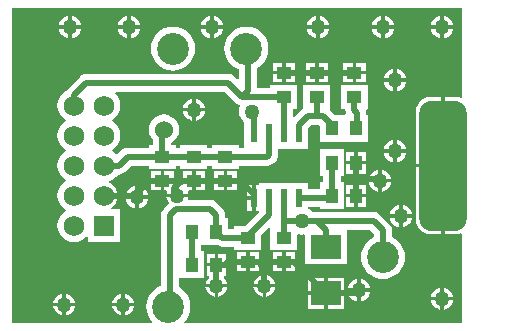
<source format=gtl>
G04 Layer_Physical_Order=1*
G04 Layer_Color=255*
%FSLAX25Y25*%
%MOIN*%
G70*
G01*
G75*
%ADD10R,0.05000X0.04000*%
%ADD11R,0.09843X0.07874*%
%ADD12R,0.04000X0.05000*%
%ADD13R,0.02362X0.06102*%
%ADD14C,0.02000*%
%ADD15C,0.10630*%
G04:AMPARAMS|DCode=16|XSize=433.07mil|YSize=157.48mil|CornerRadius=39.37mil|HoleSize=0mil|Usage=FLASHONLY|Rotation=90.000|XOffset=0mil|YOffset=0mil|HoleType=Round|Shape=RoundedRectangle|*
%AMROUNDEDRECTD16*
21,1,0.43307,0.07874,0,0,90.0*
21,1,0.35433,0.15748,0,0,90.0*
1,1,0.07874,0.03937,0.17717*
1,1,0.07874,0.03937,-0.17717*
1,1,0.07874,-0.03937,-0.17717*
1,1,0.07874,-0.03937,0.17717*
%
%ADD16ROUNDEDRECTD16*%
%ADD17C,0.06000*%
%ADD18R,0.06890X0.06890*%
%ADD19C,0.06890*%
%ADD20C,0.05000*%
G36*
X272500Y212665D02*
X272084Y212387D01*
X271278Y212721D01*
X269937Y212898D01*
X266600D01*
Y190000D01*
Y167102D01*
X269937D01*
X271278Y167279D01*
X272084Y167613D01*
X272500Y167335D01*
Y137500D01*
X180096D01*
X179859Y138000D01*
X180612Y138916D01*
X181291Y140187D01*
X181709Y141566D01*
X181850Y143000D01*
X181709Y144434D01*
X181291Y145813D01*
X180612Y147084D01*
X179698Y148197D01*
X178584Y149112D01*
X178026Y149410D01*
Y152437D01*
X178500Y152500D01*
Y152500D01*
X186500D01*
Y161500D01*
X185526D01*
Y163500D01*
X190830D01*
X190987Y163380D01*
X191717Y163077D01*
X192500Y162974D01*
X192500Y162974D01*
X196500D01*
Y162000D01*
X205500D01*
Y166721D01*
X208038Y169259D01*
X208500Y169068D01*
Y162000D01*
X217500D01*
Y166770D01*
X218000Y167093D01*
X219000Y166961D01*
X219703Y167054D01*
X220079Y166724D01*
Y157092D01*
X233921D01*
Y168474D01*
X241747D01*
X242974Y167247D01*
Y166177D01*
X241916Y165612D01*
X240803Y164698D01*
X239888Y163584D01*
X239209Y162313D01*
X238791Y160934D01*
X238650Y159500D01*
X238791Y158066D01*
X239209Y156687D01*
X239888Y155416D01*
X240803Y154303D01*
X241916Y153388D01*
X243187Y152709D01*
X244566Y152291D01*
X246000Y152150D01*
X247434Y152291D01*
X248813Y152709D01*
X250084Y153388D01*
X251198Y154303D01*
X252112Y155416D01*
X252791Y156687D01*
X253209Y158066D01*
X253350Y159500D01*
X253209Y160934D01*
X252791Y162313D01*
X252112Y163584D01*
X251198Y164698D01*
X250084Y165612D01*
X249026Y166177D01*
Y168500D01*
X248923Y169283D01*
X248621Y170013D01*
X248140Y170640D01*
X245140Y173640D01*
X244513Y174120D01*
X243783Y174423D01*
X243000Y174526D01*
X222350D01*
X222209Y174709D01*
X221269Y175431D01*
X221181Y175467D01*
Y176246D01*
X225000D01*
Y175500D01*
X233000D01*
Y184500D01*
X232026D01*
Y186500D01*
X233000D01*
Y195500D01*
X225000D01*
Y186500D01*
X225974D01*
Y184500D01*
X225000D01*
Y182298D01*
X221181D01*
Y184323D01*
X204819D01*
Y183523D01*
X203600D01*
Y179272D01*
Y175021D01*
X204631D01*
X204741Y174521D01*
X200221Y170000D01*
X196500D01*
Y169026D01*
X194500D01*
Y172500D01*
X193526D01*
Y173500D01*
X193526Y173500D01*
X193423Y174283D01*
X193121Y175013D01*
X192640Y175640D01*
X190640Y177640D01*
X190013Y178121D01*
X189283Y178423D01*
X188500Y178526D01*
X181344D01*
X181067Y178942D01*
X181105Y179034D01*
X181153Y179400D01*
X173847D01*
X173895Y179034D01*
X174268Y178134D01*
X174740Y177519D01*
X172860Y175640D01*
X172380Y175013D01*
X172077Y174283D01*
X171974Y173500D01*
Y149878D01*
X171687Y149791D01*
X170416Y149112D01*
X169302Y148197D01*
X168388Y147084D01*
X167709Y145813D01*
X167291Y144434D01*
X167150Y143000D01*
X167291Y141566D01*
X167709Y140187D01*
X168388Y138916D01*
X169141Y138000D01*
X168904Y137500D01*
X122500D01*
Y242500D01*
X272500D01*
Y212665D01*
D02*
G37*
%LPC*%
G36*
X266348Y239873D02*
Y236821D01*
X269401D01*
X269353Y237186D01*
X268980Y238086D01*
X268387Y238859D01*
X267614Y239452D01*
X266714Y239825D01*
X266348Y239873D01*
D02*
G37*
G36*
X265148D02*
X264782Y239825D01*
X263882Y239452D01*
X263109Y238859D01*
X262516Y238086D01*
X262143Y237186D01*
X262095Y236821D01*
X265148D01*
Y239873D01*
D02*
G37*
G36*
X246663D02*
Y236821D01*
X249716D01*
X249668Y237186D01*
X249295Y238086D01*
X248702Y238859D01*
X247929Y239452D01*
X247029Y239825D01*
X246663Y239873D01*
D02*
G37*
G36*
X245463D02*
X245097Y239825D01*
X244197Y239452D01*
X243424Y238859D01*
X242831Y238086D01*
X242458Y237186D01*
X242410Y236821D01*
X245463D01*
Y239873D01*
D02*
G37*
G36*
X225009D02*
Y236821D01*
X228062D01*
X228014Y237186D01*
X227641Y238086D01*
X227048Y238859D01*
X226275Y239452D01*
X225375Y239825D01*
X225009Y239873D01*
D02*
G37*
G36*
X223810D02*
X223444Y239825D01*
X222544Y239452D01*
X221771Y238859D01*
X221178Y238086D01*
X220805Y237186D01*
X220757Y236821D01*
X223810D01*
Y239873D01*
D02*
G37*
G36*
X189576D02*
Y236821D01*
X192629D01*
X192581Y237186D01*
X192208Y238086D01*
X191615Y238859D01*
X190842Y239452D01*
X189942Y239825D01*
X189576Y239873D01*
D02*
G37*
G36*
X188376D02*
X188011Y239825D01*
X187110Y239452D01*
X186337Y238859D01*
X185744Y238086D01*
X185372Y237186D01*
X185323Y236821D01*
X188376D01*
Y239873D01*
D02*
G37*
G36*
X162017D02*
Y236821D01*
X165070D01*
X165022Y237186D01*
X164649Y238086D01*
X164056Y238859D01*
X163283Y239452D01*
X162383Y239825D01*
X162017Y239873D01*
D02*
G37*
G36*
X160817D02*
X160451Y239825D01*
X159551Y239452D01*
X158778Y238859D01*
X158185Y238086D01*
X157813Y237186D01*
X157764Y236821D01*
X160817D01*
Y239873D01*
D02*
G37*
G36*
X142332D02*
Y236821D01*
X145385D01*
X145337Y237186D01*
X144964Y238086D01*
X144371Y238859D01*
X143598Y239452D01*
X142698Y239825D01*
X142332Y239873D01*
D02*
G37*
G36*
X141132D02*
X140766Y239825D01*
X139866Y239452D01*
X139093Y238859D01*
X138500Y238086D01*
X138128Y237186D01*
X138079Y236821D01*
X141132D01*
Y239873D01*
D02*
G37*
G36*
X269401Y235620D02*
X266348D01*
Y232568D01*
X266714Y232616D01*
X267614Y232989D01*
X268387Y233582D01*
X268980Y234354D01*
X269353Y235255D01*
X269401Y235620D01*
D02*
G37*
G36*
X265148D02*
X262095D01*
X262143Y235255D01*
X262516Y234354D01*
X263109Y233582D01*
X263882Y232989D01*
X264782Y232616D01*
X265148Y232568D01*
Y235620D01*
D02*
G37*
G36*
X249716D02*
X246663D01*
Y232568D01*
X247029Y232616D01*
X247929Y232989D01*
X248702Y233582D01*
X249295Y234354D01*
X249668Y235255D01*
X249716Y235620D01*
D02*
G37*
G36*
X245463D02*
X242410D01*
X242458Y235255D01*
X242831Y234354D01*
X243424Y233582D01*
X244197Y232989D01*
X245097Y232616D01*
X245463Y232568D01*
Y235620D01*
D02*
G37*
G36*
X228062D02*
X225009D01*
Y232568D01*
X225375Y232616D01*
X226275Y232989D01*
X227048Y233582D01*
X227641Y234354D01*
X228014Y235255D01*
X228062Y235620D01*
D02*
G37*
G36*
X223810D02*
X220757D01*
X220805Y235255D01*
X221178Y234354D01*
X221771Y233582D01*
X222544Y232989D01*
X223444Y232616D01*
X223810Y232568D01*
Y235620D01*
D02*
G37*
G36*
X192629D02*
X189576D01*
Y232568D01*
X189942Y232616D01*
X190842Y232989D01*
X191615Y233582D01*
X192208Y234354D01*
X192581Y235255D01*
X192629Y235620D01*
D02*
G37*
G36*
X188376D02*
X185323D01*
X185372Y235255D01*
X185744Y234354D01*
X186337Y233582D01*
X187110Y232989D01*
X188011Y232616D01*
X188376Y232568D01*
Y235620D01*
D02*
G37*
G36*
X165070D02*
X162017D01*
Y232568D01*
X162383Y232616D01*
X163283Y232989D01*
X164056Y233582D01*
X164649Y234354D01*
X165022Y235255D01*
X165070Y235620D01*
D02*
G37*
G36*
X160817D02*
X157764D01*
X157813Y235255D01*
X158185Y234354D01*
X158778Y233582D01*
X159551Y232989D01*
X160451Y232616D01*
X160817Y232568D01*
Y235620D01*
D02*
G37*
G36*
X145385D02*
X142332D01*
Y232568D01*
X142698Y232616D01*
X143598Y232989D01*
X144371Y233582D01*
X144964Y234354D01*
X145337Y235255D01*
X145385Y235620D01*
D02*
G37*
G36*
X141132D02*
X138079D01*
X138128Y235255D01*
X138500Y234354D01*
X139093Y233582D01*
X139866Y232989D01*
X140766Y232616D01*
X141132Y232568D01*
Y235620D01*
D02*
G37*
G36*
X176000Y236350D02*
X174566Y236209D01*
X173187Y235791D01*
X171916Y235112D01*
X170802Y234197D01*
X169888Y233084D01*
X169209Y231813D01*
X168791Y230434D01*
X168650Y229000D01*
X168791Y227566D01*
X169209Y226187D01*
X169888Y224916D01*
X170802Y223802D01*
X171916Y222888D01*
X173187Y222209D01*
X174566Y221791D01*
X176000Y221650D01*
X177434Y221791D01*
X178813Y222209D01*
X180084Y222888D01*
X181198Y223802D01*
X182112Y224916D01*
X182791Y226187D01*
X183209Y227566D01*
X183350Y229000D01*
X183209Y230434D01*
X182791Y231813D01*
X182112Y233084D01*
X181198Y234197D01*
X180084Y235112D01*
X178813Y235791D01*
X177434Y236209D01*
X176000Y236350D01*
D02*
G37*
G36*
X240200Y224200D02*
X237100D01*
Y221600D01*
X240200D01*
Y224200D01*
D02*
G37*
G36*
X227700D02*
X224600D01*
Y221600D01*
X227700D01*
Y224200D01*
D02*
G37*
G36*
X216700D02*
X213600D01*
Y221600D01*
X216700D01*
Y224200D01*
D02*
G37*
G36*
X235900D02*
X232800D01*
Y221600D01*
X235900D01*
Y224200D01*
D02*
G37*
G36*
X223400D02*
X220300D01*
Y221600D01*
X223400D01*
Y224200D01*
D02*
G37*
G36*
X212400D02*
X209300D01*
Y221600D01*
X212400D01*
Y224200D01*
D02*
G37*
G36*
X250600Y222157D02*
Y219104D01*
X253653D01*
X253605Y219470D01*
X253232Y220370D01*
X252639Y221143D01*
X251866Y221736D01*
X250966Y222109D01*
X250600Y222157D01*
D02*
G37*
G36*
X249400D02*
X249034Y222109D01*
X248134Y221736D01*
X247361Y221143D01*
X246768Y220370D01*
X246395Y219470D01*
X246347Y219104D01*
X249400D01*
Y222157D01*
D02*
G37*
G36*
X200500Y236350D02*
X199066Y236209D01*
X197687Y235791D01*
X196416Y235112D01*
X195302Y234197D01*
X194388Y233084D01*
X193709Y231813D01*
X193291Y230434D01*
X193150Y229000D01*
X193291Y227566D01*
X193709Y226187D01*
X194388Y224916D01*
X195302Y223802D01*
X196416Y222888D01*
X197687Y222209D01*
X197974Y222122D01*
Y218958D01*
X197512Y218767D01*
X196640Y219640D01*
X196013Y220121D01*
X195283Y220423D01*
X194500Y220526D01*
X147000D01*
X146217Y220423D01*
X145487Y220121D01*
X144860Y219640D01*
X144860Y219640D01*
X140860Y215640D01*
X140380Y215013D01*
X140277Y214766D01*
X140254Y214756D01*
X139117Y213883D01*
X138244Y212746D01*
X137695Y211421D01*
X137508Y210000D01*
X137695Y208579D01*
X138244Y207254D01*
X139117Y206117D01*
X140209Y205279D01*
X140241Y205000D01*
X140209Y204721D01*
X139117Y203883D01*
X138244Y202746D01*
X137695Y201421D01*
X137508Y200000D01*
X137695Y198579D01*
X138244Y197254D01*
X139117Y196117D01*
X140209Y195279D01*
X140241Y195000D01*
X140209Y194721D01*
X139117Y193883D01*
X138244Y192746D01*
X137695Y191421D01*
X137508Y190000D01*
X137695Y188579D01*
X138244Y187254D01*
X139117Y186117D01*
X140209Y185279D01*
X140241Y185000D01*
X140209Y184721D01*
X139117Y183883D01*
X138244Y182746D01*
X137695Y181421D01*
X137508Y180000D01*
X137695Y178579D01*
X138244Y177254D01*
X139117Y176117D01*
X140209Y175279D01*
X140241Y175000D01*
X140209Y174721D01*
X139117Y173883D01*
X138244Y172746D01*
X137695Y171421D01*
X137508Y170000D01*
X137695Y168579D01*
X138244Y167254D01*
X139117Y166117D01*
X140254Y165244D01*
X141579Y164695D01*
X143000Y164508D01*
X144421Y164695D01*
X145746Y165244D01*
X146883Y166117D01*
X147082Y166375D01*
X147555Y166214D01*
Y164555D01*
X158445D01*
Y175445D01*
X155447D01*
X155342Y175943D01*
X156313Y176687D01*
X157057Y177657D01*
X157525Y178787D01*
X157606Y179400D01*
X153000D01*
Y180600D01*
X157606D01*
X157525Y181213D01*
X157057Y182343D01*
X156313Y183313D01*
X155342Y184057D01*
X154765Y184296D01*
Y184838D01*
X155746Y185244D01*
X156883Y186117D01*
X157541Y186974D01*
X157945D01*
X158728Y187077D01*
X159458Y187380D01*
X160084Y187860D01*
X162198Y189974D01*
X168000D01*
Y189000D01*
X177000D01*
Y189974D01*
X178500D01*
Y189000D01*
X187500D01*
Y189974D01*
X189000D01*
Y189000D01*
X198000D01*
Y189974D01*
X207500D01*
X208283Y190077D01*
X209013Y190380D01*
X209640Y190860D01*
X210140Y191360D01*
X210620Y191987D01*
X210923Y192717D01*
X211026Y193500D01*
X211026Y193500D01*
Y195677D01*
X221181D01*
Y202402D01*
X222253Y203474D01*
X224747D01*
X225000Y203221D01*
Y198000D01*
X241000D01*
Y207000D01*
X240526D01*
Y207500D01*
X240423Y208283D01*
X240298Y208584D01*
X240576Y209000D01*
X241000D01*
Y217000D01*
X232000D01*
Y209000D01*
X233474D01*
Y208500D01*
X233577Y207717D01*
X233667Y207500D01*
X233338Y207000D01*
X229779D01*
X228279Y208500D01*
X228477Y209000D01*
X228500D01*
Y217000D01*
X219500D01*
Y209126D01*
X219487Y209120D01*
X218860Y208640D01*
X216488Y206267D01*
X216026Y206458D01*
Y209000D01*
X217500D01*
Y217000D01*
X208500D01*
Y216026D01*
X204026D01*
Y222590D01*
X204584Y222888D01*
X205697Y223802D01*
X206612Y224916D01*
X207291Y226187D01*
X207709Y227566D01*
X207850Y229000D01*
X207709Y230434D01*
X207291Y231813D01*
X206612Y233084D01*
X205697Y234197D01*
X204584Y235112D01*
X203313Y235791D01*
X201934Y236209D01*
X200500Y236350D01*
D02*
G37*
G36*
X240200Y220400D02*
X237100D01*
Y217800D01*
X240200D01*
Y220400D01*
D02*
G37*
G36*
X235900D02*
X232800D01*
Y217800D01*
X235900D01*
Y220400D01*
D02*
G37*
G36*
X227700D02*
X224600D01*
Y217800D01*
X227700D01*
Y220400D01*
D02*
G37*
G36*
X223400D02*
X220300D01*
Y217800D01*
X223400D01*
Y220400D01*
D02*
G37*
G36*
X216700D02*
X213600D01*
Y217800D01*
X216700D01*
Y220400D01*
D02*
G37*
G36*
X212400D02*
X209300D01*
Y217800D01*
X212400D01*
Y220400D01*
D02*
G37*
G36*
X253653Y217904D02*
X250600D01*
Y214851D01*
X250966Y214899D01*
X251866Y215272D01*
X252639Y215865D01*
X253232Y216638D01*
X253605Y217538D01*
X253653Y217904D01*
D02*
G37*
G36*
X249400D02*
X246347D01*
X246395Y217538D01*
X246768Y216638D01*
X247361Y215865D01*
X248134Y215272D01*
X249034Y214899D01*
X249400Y214851D01*
Y217904D01*
D02*
G37*
G36*
X250600Y198535D02*
Y195482D01*
X253653D01*
X253605Y195848D01*
X253232Y196748D01*
X252639Y197521D01*
X251866Y198114D01*
X250966Y198487D01*
X250600Y198535D01*
D02*
G37*
G36*
X249400D02*
X249034Y198487D01*
X248134Y198114D01*
X247361Y197521D01*
X246768Y196748D01*
X246395Y195848D01*
X246347Y195482D01*
X249400D01*
Y198535D01*
D02*
G37*
G36*
X240200Y194700D02*
X237600D01*
Y191600D01*
X240200D01*
Y194700D01*
D02*
G37*
G36*
X236400D02*
X233800D01*
Y191600D01*
X236400D01*
Y194700D01*
D02*
G37*
G36*
X253653Y194282D02*
X250600D01*
Y191229D01*
X250966Y191277D01*
X251866Y191650D01*
X252639Y192243D01*
X253232Y193016D01*
X253605Y193916D01*
X253653Y194282D01*
D02*
G37*
G36*
X249400D02*
X246347D01*
X246395Y193916D01*
X246768Y193016D01*
X247361Y192243D01*
X248134Y191650D01*
X249034Y191277D01*
X249400Y191229D01*
Y194282D01*
D02*
G37*
G36*
X265400Y212898D02*
X262063D01*
X260722Y212721D01*
X259472Y212204D01*
X258399Y211380D01*
X257576Y210307D01*
X257058Y209058D01*
X256882Y207716D01*
Y190600D01*
X265400D01*
Y212898D01*
D02*
G37*
G36*
X240200Y190400D02*
X237600D01*
Y187300D01*
X240200D01*
Y190400D01*
D02*
G37*
G36*
X236400D02*
X233800D01*
Y187300D01*
X236400D01*
Y190400D01*
D02*
G37*
G36*
X197200Y188200D02*
X194100D01*
Y185600D01*
X197200D01*
Y188200D01*
D02*
G37*
G36*
X186700D02*
X183600D01*
Y185600D01*
X186700D01*
Y188200D01*
D02*
G37*
G36*
X176200D02*
X173100D01*
Y185600D01*
X176200D01*
Y188200D01*
D02*
G37*
G36*
X245600Y188653D02*
Y185600D01*
X248653D01*
X248605Y185966D01*
X248232Y186866D01*
X247639Y187639D01*
X246866Y188232D01*
X245966Y188605D01*
X245600Y188653D01*
D02*
G37*
G36*
X244400D02*
X244034Y188605D01*
X243134Y188232D01*
X242361Y187639D01*
X241768Y186866D01*
X241395Y185966D01*
X241347Y185600D01*
X244400D01*
Y188653D01*
D02*
G37*
G36*
X192900Y188200D02*
X189800D01*
Y185600D01*
X192900D01*
Y188200D01*
D02*
G37*
G36*
X182400D02*
X179300D01*
Y185600D01*
X182400D01*
Y188200D01*
D02*
G37*
G36*
X171900D02*
X168800D01*
Y185600D01*
X171900D01*
Y188200D01*
D02*
G37*
G36*
X182400Y184400D02*
X179300D01*
Y183709D01*
X178884Y183431D01*
X178466Y183605D01*
X178100Y183653D01*
Y180600D01*
X181153D01*
X181105Y180966D01*
X180931Y181384D01*
X181209Y181800D01*
X182400D01*
Y184400D01*
D02*
G37*
G36*
X197200D02*
X194100D01*
Y181800D01*
X197200D01*
Y184400D01*
D02*
G37*
G36*
X192900D02*
X189800D01*
Y181800D01*
X192900D01*
Y184400D01*
D02*
G37*
G36*
X186700D02*
X183600D01*
Y181800D01*
X186700D01*
Y184400D01*
D02*
G37*
G36*
X171900D02*
X168800D01*
Y181800D01*
X171900D01*
Y184400D01*
D02*
G37*
G36*
X248653D02*
X245600D01*
Y181347D01*
X245966Y181395D01*
X246866Y181768D01*
X247639Y182361D01*
X248232Y183134D01*
X248605Y184034D01*
X248653Y184400D01*
D02*
G37*
G36*
X244400D02*
X241347D01*
X241395Y184034D01*
X241768Y183134D01*
X242361Y182361D01*
X243134Y181768D01*
X244034Y181395D01*
X244400Y181347D01*
Y184400D01*
D02*
G37*
G36*
X240200Y183700D02*
X237600D01*
Y180600D01*
X240200D01*
Y183700D01*
D02*
G37*
G36*
X236400D02*
X233800D01*
Y180600D01*
X236400D01*
Y183700D01*
D02*
G37*
G36*
X176200Y184400D02*
X173100D01*
Y181800D01*
X173791D01*
X174068Y181384D01*
X173895Y180966D01*
X173847Y180600D01*
X176900D01*
Y183653D01*
X176700Y183627D01*
X176200Y183945D01*
Y184400D01*
D02*
G37*
G36*
X164600Y183153D02*
Y180100D01*
X167653D01*
X167605Y180466D01*
X167232Y181366D01*
X166639Y182139D01*
X165866Y182732D01*
X164966Y183105D01*
X164600Y183153D01*
D02*
G37*
G36*
X163400D02*
X163034Y183105D01*
X162134Y182732D01*
X161361Y182139D01*
X160768Y181366D01*
X160395Y180466D01*
X160347Y180100D01*
X163400D01*
Y183153D01*
D02*
G37*
G36*
X202400Y183523D02*
X200619D01*
Y179872D01*
X202400D01*
Y183523D01*
D02*
G37*
G36*
X240200Y179400D02*
X237600D01*
Y176300D01*
X240200D01*
Y179400D01*
D02*
G37*
G36*
X236400D02*
X233800D01*
Y176300D01*
X236400D01*
Y179400D01*
D02*
G37*
G36*
X167653Y178900D02*
X164600D01*
Y175847D01*
X164966Y175895D01*
X165866Y176268D01*
X166639Y176861D01*
X167232Y177634D01*
X167605Y178534D01*
X167653Y178900D01*
D02*
G37*
G36*
X163400D02*
X160347D01*
X160395Y178534D01*
X160768Y177634D01*
X161361Y176861D01*
X162134Y176268D01*
X163034Y175895D01*
X163400Y175847D01*
Y178900D01*
D02*
G37*
G36*
X202400Y178672D02*
X200619D01*
Y175021D01*
X202400D01*
Y178672D01*
D02*
G37*
G36*
X252569Y176881D02*
Y173828D01*
X255621D01*
X255573Y174194D01*
X255201Y175094D01*
X254607Y175867D01*
X253835Y176460D01*
X252934Y176833D01*
X252569Y176881D01*
D02*
G37*
G36*
X251368D02*
X251003Y176833D01*
X250102Y176460D01*
X249330Y175867D01*
X248737Y175094D01*
X248364Y174194D01*
X248316Y173828D01*
X251368D01*
Y176881D01*
D02*
G37*
G36*
X255621Y172628D02*
X252569D01*
Y169575D01*
X252934Y169624D01*
X253835Y169996D01*
X254607Y170589D01*
X255201Y171362D01*
X255573Y172263D01*
X255621Y172628D01*
D02*
G37*
G36*
X251368D02*
X248316D01*
X248364Y172263D01*
X248737Y171362D01*
X249330Y170589D01*
X250102Y169996D01*
X251003Y169624D01*
X251368Y169575D01*
Y172628D01*
D02*
G37*
G36*
X265400Y189400D02*
X256882D01*
Y172283D01*
X257058Y170942D01*
X257576Y169693D01*
X258399Y168620D01*
X259472Y167796D01*
X260722Y167279D01*
X262063Y167102D01*
X265400D01*
Y189400D01*
D02*
G37*
G36*
X216700Y161200D02*
X213600D01*
Y158600D01*
X216700D01*
Y161200D01*
D02*
G37*
G36*
X204700D02*
X201600D01*
Y158600D01*
X204700D01*
Y161200D01*
D02*
G37*
G36*
X212400D02*
X209300D01*
Y158600D01*
X212400D01*
Y161200D01*
D02*
G37*
G36*
X200400D02*
X197300D01*
Y158600D01*
X200400D01*
Y161200D01*
D02*
G37*
G36*
X193700Y160700D02*
X191100D01*
Y157600D01*
X193700D01*
Y160700D01*
D02*
G37*
G36*
X189900D02*
X187300D01*
Y157600D01*
X189900D01*
Y160700D01*
D02*
G37*
G36*
X216700Y157400D02*
X213600D01*
Y154800D01*
X216700D01*
Y157400D01*
D02*
G37*
G36*
X212400D02*
X209300D01*
Y154800D01*
X212400D01*
Y157400D01*
D02*
G37*
G36*
X204700D02*
X201600D01*
Y154800D01*
X204700D01*
Y157400D01*
D02*
G37*
G36*
X200400D02*
X197300D01*
Y154800D01*
X200400D01*
Y157400D01*
D02*
G37*
G36*
X207100Y153653D02*
Y150600D01*
X210153D01*
X210105Y150966D01*
X209732Y151866D01*
X209139Y152639D01*
X208366Y153232D01*
X207466Y153605D01*
X207100Y153653D01*
D02*
G37*
G36*
X205900D02*
X205534Y153605D01*
X204634Y153232D01*
X203861Y152639D01*
X203268Y151866D01*
X202895Y150966D01*
X202847Y150600D01*
X205900D01*
Y153653D01*
D02*
G37*
G36*
X193700Y156400D02*
X187300D01*
Y153300D01*
X187901D01*
X188071Y152800D01*
X187861Y152639D01*
X187268Y151866D01*
X186895Y150966D01*
X186847Y150600D01*
X194153D01*
X194105Y150966D01*
X193732Y151866D01*
X193139Y152639D01*
X192929Y152800D01*
X193099Y153300D01*
X193700D01*
Y156400D01*
D02*
G37*
G36*
X238600Y152153D02*
Y149100D01*
X241653D01*
X241605Y149466D01*
X241232Y150366D01*
X240639Y151139D01*
X239866Y151732D01*
X238966Y152105D01*
X238600Y152153D01*
D02*
G37*
G36*
X237400D02*
X237034Y152105D01*
X236134Y151732D01*
X235361Y151139D01*
X234768Y150366D01*
X234395Y149466D01*
X234347Y149100D01*
X237400D01*
Y152153D01*
D02*
G37*
G36*
X233121Y152637D02*
X227600D01*
Y148100D01*
X233121D01*
Y152637D01*
D02*
G37*
G36*
X226400D02*
X220879D01*
Y148100D01*
X226400D01*
Y152637D01*
D02*
G37*
G36*
X210153Y149400D02*
X207100D01*
Y146347D01*
X207466Y146395D01*
X208366Y146768D01*
X209139Y147361D01*
X209732Y148134D01*
X210105Y149034D01*
X210153Y149400D01*
D02*
G37*
G36*
X205900D02*
X202847D01*
X202895Y149034D01*
X203268Y148134D01*
X203861Y147361D01*
X204634Y146768D01*
X205534Y146395D01*
X205900Y146347D01*
Y149400D01*
D02*
G37*
G36*
X194153D02*
X191100D01*
Y146347D01*
X191466Y146395D01*
X192366Y146768D01*
X193139Y147361D01*
X193732Y148134D01*
X194105Y149034D01*
X194153Y149400D01*
D02*
G37*
G36*
X189900D02*
X186847D01*
X186895Y149034D01*
X187268Y148134D01*
X187861Y147361D01*
X188634Y146768D01*
X189534Y146395D01*
X189900Y146347D01*
Y149400D01*
D02*
G37*
G36*
X266348Y149322D02*
Y146269D01*
X269401D01*
X269353Y146635D01*
X268980Y147535D01*
X268387Y148308D01*
X267614Y148901D01*
X266714Y149274D01*
X266348Y149322D01*
D02*
G37*
G36*
X265148D02*
X264782Y149274D01*
X263882Y148901D01*
X263109Y148308D01*
X262516Y147535D01*
X262143Y146635D01*
X262095Y146269D01*
X265148D01*
Y149322D01*
D02*
G37*
G36*
X241653Y147900D02*
X238600D01*
Y144847D01*
X238966Y144895D01*
X239866Y145268D01*
X240639Y145861D01*
X241232Y146634D01*
X241605Y147534D01*
X241653Y147900D01*
D02*
G37*
G36*
X237400D02*
X234347D01*
X234395Y147534D01*
X234768Y146634D01*
X235361Y145861D01*
X236134Y145268D01*
X237034Y144895D01*
X237400Y144847D01*
Y147900D01*
D02*
G37*
G36*
X160049Y147354D02*
Y144301D01*
X163102D01*
X163054Y144667D01*
X162681Y145567D01*
X162088Y146340D01*
X161315Y146933D01*
X160415Y147306D01*
X160049Y147354D01*
D02*
G37*
G36*
X158849D02*
X158483Y147306D01*
X157583Y146933D01*
X156810Y146340D01*
X156217Y145567D01*
X155844Y144667D01*
X155796Y144301D01*
X158849D01*
Y147354D01*
D02*
G37*
G36*
X140364D02*
Y144301D01*
X143417D01*
X143369Y144667D01*
X142996Y145567D01*
X142403Y146340D01*
X141630Y146933D01*
X140730Y147306D01*
X140364Y147354D01*
D02*
G37*
G36*
X139164D02*
X138798Y147306D01*
X137898Y146933D01*
X137125Y146340D01*
X136532Y145567D01*
X136159Y144667D01*
X136111Y144301D01*
X139164D01*
Y147354D01*
D02*
G37*
G36*
X233121Y146900D02*
X227600D01*
Y142363D01*
X233121D01*
Y146900D01*
D02*
G37*
G36*
X226400D02*
X220879D01*
Y142363D01*
X226400D01*
Y146900D01*
D02*
G37*
G36*
X269401Y145069D02*
X266348D01*
Y142016D01*
X266714Y142064D01*
X267614Y142437D01*
X268387Y143030D01*
X268980Y143803D01*
X269353Y144703D01*
X269401Y145069D01*
D02*
G37*
G36*
X265148D02*
X262095D01*
X262143Y144703D01*
X262516Y143803D01*
X263109Y143030D01*
X263882Y142437D01*
X264782Y142064D01*
X265148Y142016D01*
Y145069D01*
D02*
G37*
G36*
X163102Y143101D02*
X160049D01*
Y140048D01*
X160415Y140096D01*
X161315Y140469D01*
X162088Y141062D01*
X162681Y141835D01*
X163054Y142735D01*
X163102Y143101D01*
D02*
G37*
G36*
X158849D02*
X155796D01*
X155844Y142735D01*
X156217Y141835D01*
X156810Y141062D01*
X157583Y140469D01*
X158483Y140096D01*
X158849Y140048D01*
Y143101D01*
D02*
G37*
G36*
X143417D02*
X140364D01*
Y140048D01*
X140730Y140096D01*
X141630Y140469D01*
X142403Y141062D01*
X142996Y141835D01*
X143369Y142735D01*
X143417Y143101D01*
D02*
G37*
G36*
X139164D02*
X136111D01*
X136159Y142735D01*
X136532Y141835D01*
X137125Y141062D01*
X137898Y140469D01*
X138798Y140096D01*
X139164Y140048D01*
Y143101D01*
D02*
G37*
%LPD*%
G36*
X196860Y210860D02*
X197487Y210380D01*
X198217Y210077D01*
X198376Y209802D01*
X198116Y209175D01*
X197961Y208000D01*
X198116Y206825D01*
X198569Y205731D01*
X199291Y204791D01*
X199819Y204385D01*
Y196026D01*
X198000D01*
Y197000D01*
X189000D01*
Y196026D01*
X187500D01*
Y197000D01*
X178500D01*
Y196026D01*
X177000D01*
Y197000D01*
X175526D01*
Y197636D01*
X176566Y198434D01*
X177367Y199478D01*
X177871Y200695D01*
X178043Y202000D01*
X177871Y203305D01*
X177367Y204522D01*
X176566Y205566D01*
X175522Y206367D01*
X174305Y206871D01*
X173000Y207043D01*
X171695Y206871D01*
X170478Y206367D01*
X169434Y205566D01*
X168632Y204522D01*
X168129Y203305D01*
X167957Y202000D01*
X168129Y200695D01*
X168632Y199478D01*
X169434Y198434D01*
X169474Y198403D01*
Y197000D01*
X168000D01*
Y196026D01*
X160945D01*
X160162Y195923D01*
X159432Y195621D01*
X158805Y195140D01*
X157440Y193775D01*
X156941Y193807D01*
X156883Y193883D01*
X155791Y194721D01*
X155759Y195000D01*
X155791Y195279D01*
X156883Y196117D01*
X157756Y197254D01*
X158305Y198579D01*
X158492Y200000D01*
X158305Y201421D01*
X157756Y202746D01*
X156883Y203883D01*
X155791Y204721D01*
X155759Y205000D01*
X155791Y205279D01*
X156883Y206117D01*
X157756Y207254D01*
X158305Y208579D01*
X158492Y210000D01*
X158305Y211421D01*
X157756Y212746D01*
X156883Y213883D01*
X156730Y214001D01*
X156891Y214474D01*
X193247D01*
X196860Y210860D01*
D02*
G37*
%LPC*%
G36*
X183671Y212314D02*
Y209261D01*
X186724D01*
X186676Y209627D01*
X186303Y210527D01*
X185710Y211300D01*
X184937Y211893D01*
X184037Y212266D01*
X183671Y212314D01*
D02*
G37*
G36*
X182471D02*
X182105Y212266D01*
X181205Y211893D01*
X180432Y211300D01*
X179839Y210527D01*
X179466Y209627D01*
X179418Y209261D01*
X182471D01*
Y212314D01*
D02*
G37*
G36*
X186724Y208061D02*
X183671D01*
Y205009D01*
X184037Y205057D01*
X184937Y205430D01*
X185710Y206023D01*
X186303Y206796D01*
X186676Y207696D01*
X186724Y208061D01*
D02*
G37*
G36*
X182471D02*
X179418D01*
X179466Y207696D01*
X179839Y206796D01*
X180432Y206023D01*
X181205Y205430D01*
X182105Y205057D01*
X182471Y205009D01*
Y208061D01*
D02*
G37*
%LPD*%
D10*
X193500Y193000D02*
D03*
Y185000D02*
D03*
X172500Y193000D02*
D03*
Y185000D02*
D03*
X183000Y193000D02*
D03*
Y185000D02*
D03*
X236500Y213000D02*
D03*
Y221000D02*
D03*
X213000Y166000D02*
D03*
Y158000D02*
D03*
X224000Y213000D02*
D03*
Y221000D02*
D03*
X213000Y213000D02*
D03*
Y221000D02*
D03*
X201000Y166000D02*
D03*
Y158000D02*
D03*
D11*
X227000Y163030D02*
D03*
X227000Y147500D02*
D03*
D12*
X237000Y180000D02*
D03*
X229000D02*
D03*
X190500Y157000D02*
D03*
X182500D02*
D03*
X229000Y191000D02*
D03*
X237000D02*
D03*
Y202500D02*
D03*
X229000D02*
D03*
X190500Y168000D02*
D03*
X182500D02*
D03*
D13*
X218000Y200728D02*
D03*
X213000D02*
D03*
X208000D02*
D03*
X203000D02*
D03*
X218000Y179272D02*
D03*
X213000D02*
D03*
X208000D02*
D03*
X203000D02*
D03*
D14*
X190500Y150000D02*
Y157000D01*
X201000Y215000D02*
Y229000D01*
X199000Y213000D02*
X201000Y215000D01*
X213000Y158000D02*
X216500D01*
X227000Y147500D01*
X157945Y190000D02*
X160945Y193000D01*
X172500D01*
X208000Y193500D02*
Y200728D01*
X207500Y193000D02*
X208000Y193500D01*
X193500Y193000D02*
X207500D01*
X219000Y171500D02*
X224000D01*
X213000D02*
X219000D01*
X213000D02*
Y179272D01*
Y166000D02*
Y171500D01*
X246000Y158500D02*
Y168500D01*
X243000Y171500D02*
X246000Y168500D01*
X224000Y171500D02*
X243000D01*
X199000Y213000D02*
X213000D01*
X168000Y185000D02*
X172500D01*
X163000Y180000D02*
X168000Y185000D01*
X153000Y180000D02*
X163000D01*
X194500Y158000D02*
X201000D01*
X193500Y157000D02*
X194500Y158000D01*
X190500Y157000D02*
X193500D01*
X192500Y166000D02*
X200500D01*
X190500Y168000D02*
X192500Y166000D01*
X200500D02*
X208000Y173500D01*
X224000Y171500D02*
X227000Y168500D01*
Y163030D02*
Y168500D01*
X229000Y180000D02*
Y191000D01*
X228272Y179272D02*
X229000Y180000D01*
X218000Y179272D02*
X228272D01*
X237500Y203000D02*
Y207500D01*
X236500Y208500D02*
X237500Y207500D01*
X236500Y208500D02*
Y213000D01*
X224000Y206500D02*
X226000D01*
X221000D02*
X224000D01*
X229000Y202500D02*
Y203500D01*
X226000Y206500D02*
X229000Y203500D01*
X218000D02*
X221000Y206500D01*
X218000Y200728D02*
Y203500D01*
X213000Y200728D02*
Y213000D01*
X224000Y206500D02*
Y213000D01*
Y221000D02*
X236500D01*
X213000D02*
X224000D01*
X182500Y157000D02*
Y168000D01*
X208000Y173500D02*
Y179272D01*
X183000Y185000D02*
X193500D01*
X172500Y193000D02*
X183000D01*
X193500Y185000D02*
X198500D01*
X203000Y180500D01*
Y179272D02*
Y180500D01*
X183000Y193000D02*
X193500D01*
X147000Y217500D02*
X194500D01*
X199000Y213000D01*
X143000Y213500D02*
X147000Y217500D01*
X143000Y210000D02*
Y213500D01*
X203000Y200728D02*
Y207500D01*
X190500Y168000D02*
Y173500D01*
X188500Y175500D02*
X190500Y173500D01*
X177000Y175500D02*
X188500D01*
X175000Y173500D02*
X177000Y175500D01*
X175000Y143500D02*
Y173500D01*
X174500Y143000D02*
X175000Y143500D01*
X237000Y185500D02*
X244500D01*
X245000Y185000D01*
X237000Y180000D02*
Y185500D01*
Y191000D01*
X227000Y147500D02*
X237000D01*
X238000Y148500D01*
X206500Y150000D02*
Y155500D01*
X205500Y156500D02*
X206500Y155500D01*
X205500Y156500D02*
Y158000D01*
X201000D02*
X205500D01*
X213000D01*
X176500Y182500D02*
X179000Y185000D01*
X176500Y181000D02*
Y182500D01*
X172500Y185000D02*
X179000D01*
X183000D01*
X153000Y190000D02*
X157945D01*
X172500Y193000D02*
Y201500D01*
D15*
X200500Y229000D02*
D03*
X246000Y159500D02*
D03*
X176000Y229000D02*
D03*
X174500Y143000D02*
D03*
D16*
X266000Y190000D02*
D03*
D17*
X173000Y202000D02*
D03*
D18*
X153000Y170000D02*
D03*
D19*
Y180000D02*
D03*
Y190000D02*
D03*
Y200000D02*
D03*
Y210000D02*
D03*
X143000Y170000D02*
D03*
Y180000D02*
D03*
Y190000D02*
D03*
Y200000D02*
D03*
Y210000D02*
D03*
D20*
X183071Y208661D02*
D03*
X188976Y236221D02*
D03*
X139764Y143701D02*
D03*
X159449D02*
D03*
X141732Y236221D02*
D03*
X161417D02*
D03*
X251969Y173228D02*
D03*
X250000Y194882D02*
D03*
Y218504D02*
D03*
X265748Y145669D02*
D03*
X224410Y236221D02*
D03*
X246063D02*
D03*
X265748D02*
D03*
X190500Y150000D02*
D03*
X164000Y179500D02*
D03*
X219000Y171500D02*
D03*
X202500Y208000D02*
D03*
X206500Y150000D02*
D03*
X238000Y148500D02*
D03*
X245000Y185000D02*
D03*
X177500Y180000D02*
D03*
M02*

</source>
